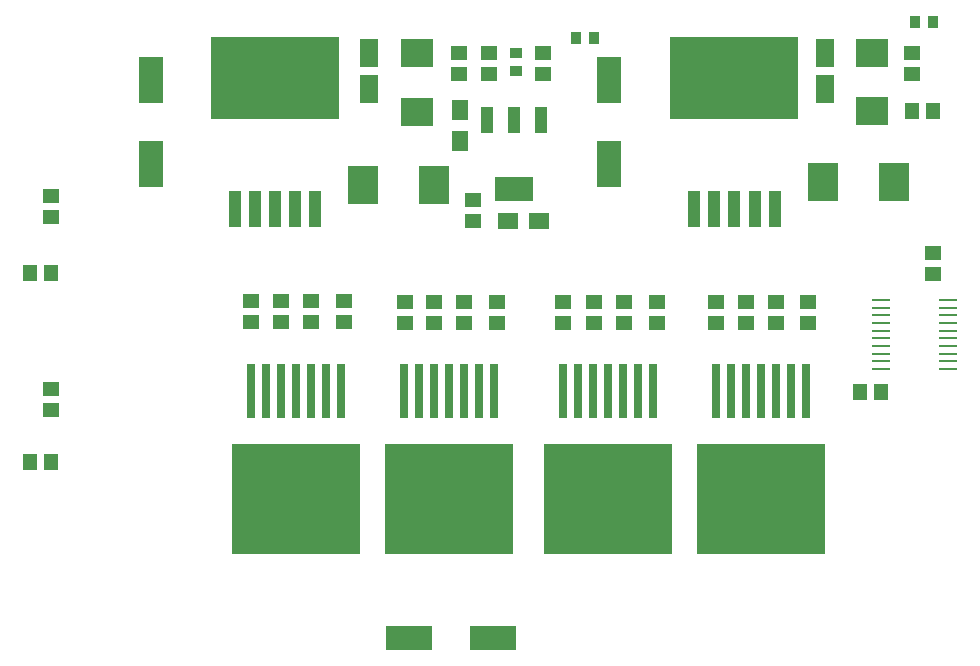
<source format=gtp>
G04 Layer_Color=8421504*
%FSLAX25Y25*%
%MOIN*%
G70*
G01*
G75*
%ADD10R,0.03150X0.18110*%
%ADD11R,0.42520X0.37008*%
%ADD12R,0.06102X0.00984*%
%ADD13R,0.42520X0.27520*%
%ADD14R,0.04213X0.12441*%
%ADD15R,0.12795X0.08465*%
%ADD16R,0.04291X0.09016*%
%ADD17R,0.04567X0.05787*%
%ADD18R,0.05787X0.04567*%
%ADD19R,0.10236X0.12598*%
%ADD20R,0.06102X0.09449*%
%ADD21R,0.11024X0.09449*%
%ADD22R,0.07874X0.15748*%
%ADD23R,0.15748X0.07874*%
%ADD24R,0.07087X0.05315*%
%ADD25R,0.05315X0.07087*%
%ADD26R,0.03661X0.03858*%
%ADD27R,0.03858X0.03661*%
D10*
X26500Y-15427D02*
D03*
X31500D02*
D03*
X36500D02*
D03*
X41500D02*
D03*
X21500D02*
D03*
X16500D02*
D03*
X11500D02*
D03*
X77250D02*
D03*
X82250D02*
D03*
X87250D02*
D03*
X92250D02*
D03*
X72250D02*
D03*
X67250D02*
D03*
X62250D02*
D03*
X-77750Y-15177D02*
D03*
X-72750D02*
D03*
X-67750D02*
D03*
X-62750D02*
D03*
X-82750D02*
D03*
X-87750D02*
D03*
X-92750D02*
D03*
X-26500Y-15226D02*
D03*
X-21500D02*
D03*
X-16500D02*
D03*
X-11500D02*
D03*
X-31500D02*
D03*
X-36500D02*
D03*
X-41500D02*
D03*
D11*
X26500Y-51451D02*
D03*
X77250D02*
D03*
X-77750Y-51201D02*
D03*
X-26500Y-51250D02*
D03*
D12*
X139524Y-8000D02*
D03*
Y-5441D02*
D03*
Y-2882D02*
D03*
Y-323D02*
D03*
Y2236D02*
D03*
Y4795D02*
D03*
Y7354D02*
D03*
Y9913D02*
D03*
Y12472D02*
D03*
Y15032D02*
D03*
X117476D02*
D03*
Y12472D02*
D03*
Y9913D02*
D03*
Y7354D02*
D03*
Y4795D02*
D03*
Y2236D02*
D03*
Y-323D02*
D03*
Y-2882D02*
D03*
Y-5441D02*
D03*
Y-8000D02*
D03*
D13*
X68500Y89000D02*
D03*
X-84750D02*
D03*
D14*
X81886Y45299D02*
D03*
X75193D02*
D03*
X68500D02*
D03*
X61807D02*
D03*
X55114D02*
D03*
X-71364D02*
D03*
X-78057D02*
D03*
X-84750D02*
D03*
X-91443D02*
D03*
X-98136D02*
D03*
D15*
X-5000Y52165D02*
D03*
D16*
X4055Y75000D02*
D03*
X-5000D02*
D03*
X-14055D02*
D03*
D17*
X127750Y78000D02*
D03*
X134758D02*
D03*
X-159246Y-39000D02*
D03*
X-166254D02*
D03*
X-159246Y24000D02*
D03*
X-166254D02*
D03*
X110496Y-15750D02*
D03*
X117504D02*
D03*
D18*
X11500Y7500D02*
D03*
Y14508D02*
D03*
X21750Y7500D02*
D03*
Y14508D02*
D03*
X31750Y7500D02*
D03*
Y14508D02*
D03*
X42750Y7496D02*
D03*
Y14504D02*
D03*
X62250D02*
D03*
Y7496D02*
D03*
X-159250Y-14746D02*
D03*
Y-21754D02*
D03*
Y49758D02*
D03*
Y42750D02*
D03*
X72250Y14508D02*
D03*
Y7500D02*
D03*
X82250Y14504D02*
D03*
Y7496D02*
D03*
X93000Y14508D02*
D03*
Y7500D02*
D03*
X-92500Y7750D02*
D03*
Y14758D02*
D03*
X-41250Y14500D02*
D03*
Y7492D02*
D03*
X-82750Y7750D02*
D03*
Y14758D02*
D03*
X-31500Y14504D02*
D03*
Y7496D02*
D03*
X-61750Y7750D02*
D03*
Y14758D02*
D03*
X-72750Y7750D02*
D03*
Y14758D02*
D03*
X-10750Y14504D02*
D03*
Y7496D02*
D03*
X-21500Y14508D02*
D03*
Y7500D02*
D03*
X4750Y90246D02*
D03*
Y97254D02*
D03*
X-13250Y90250D02*
D03*
Y97258D02*
D03*
X134750Y30754D02*
D03*
Y23746D02*
D03*
X127750Y90246D02*
D03*
Y97254D02*
D03*
X-23250Y90242D02*
D03*
Y97250D02*
D03*
X-18500Y48258D02*
D03*
Y41250D02*
D03*
D19*
X97939Y54250D02*
D03*
X121561D02*
D03*
X-55311Y53500D02*
D03*
X-31689D02*
D03*
D20*
X98750Y97504D02*
D03*
Y85496D02*
D03*
X-53250Y97250D02*
D03*
Y85242D02*
D03*
D21*
X114348Y97461D02*
D03*
Y77933D02*
D03*
X-37152Y97211D02*
D03*
Y77683D02*
D03*
D22*
X26750Y60250D02*
D03*
Y88203D02*
D03*
X-126000Y60524D02*
D03*
Y88476D02*
D03*
D23*
X-39976Y-97750D02*
D03*
X-12024D02*
D03*
D24*
X-7065Y41250D02*
D03*
X3250D02*
D03*
D25*
X-23098Y78362D02*
D03*
Y68047D02*
D03*
D26*
X21813Y102250D02*
D03*
X15750D02*
D03*
X128687Y107750D02*
D03*
X134750D02*
D03*
D27*
X-4250Y91219D02*
D03*
Y97281D02*
D03*
M02*

</source>
